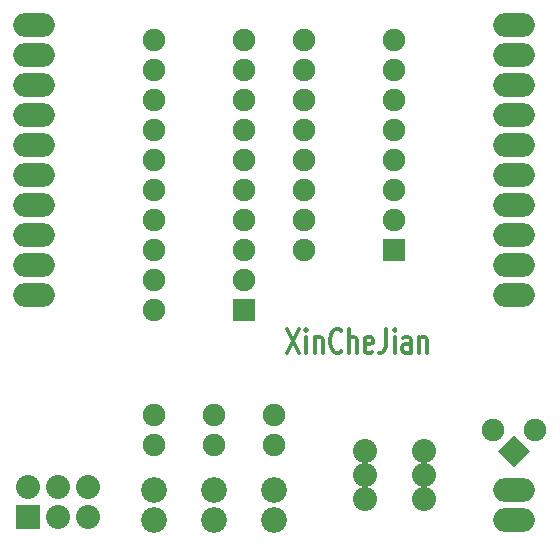
<source format=gts>
G04 (created by PCBNEW-RS274X (2011-05-25)-stable) date Sat 14 Jul 2012 03:59:57 PM CST*
G01*
G70*
G90*
%MOIN*%
G04 Gerber Fmt 3.4, Leading zero omitted, Abs format*
%FSLAX34Y34*%
G04 APERTURE LIST*
%ADD10C,0.006000*%
%ADD11C,0.012000*%
%ADD12C,0.075000*%
%ADD13O,0.138700X0.079300*%
%ADD14R,0.080000X0.080000*%
%ADD15C,0.080000*%
%ADD16C,0.086000*%
%ADD17R,0.075000X0.075000*%
G04 APERTURE END LIST*
G54D10*
G54D11*
X28443Y-24624D02*
X28843Y-25424D01*
X28843Y-24624D02*
X28443Y-25424D01*
X29071Y-25424D02*
X29071Y-24890D01*
X29071Y-24624D02*
X29042Y-24662D01*
X29071Y-24700D01*
X29099Y-24662D01*
X29071Y-24624D01*
X29071Y-24700D01*
X29357Y-24890D02*
X29357Y-25424D01*
X29357Y-24967D02*
X29385Y-24929D01*
X29443Y-24890D01*
X29528Y-24890D01*
X29585Y-24929D01*
X29614Y-25005D01*
X29614Y-25424D01*
X30243Y-25348D02*
X30214Y-25386D01*
X30128Y-25424D01*
X30071Y-25424D01*
X29986Y-25386D01*
X29928Y-25310D01*
X29900Y-25233D01*
X29871Y-25081D01*
X29871Y-24967D01*
X29900Y-24814D01*
X29928Y-24738D01*
X29986Y-24662D01*
X30071Y-24624D01*
X30128Y-24624D01*
X30214Y-24662D01*
X30243Y-24700D01*
X30500Y-25424D02*
X30500Y-24624D01*
X30757Y-25424D02*
X30757Y-25005D01*
X30728Y-24929D01*
X30671Y-24890D01*
X30586Y-24890D01*
X30528Y-24929D01*
X30500Y-24967D01*
X31271Y-25386D02*
X31214Y-25424D01*
X31100Y-25424D01*
X31043Y-25386D01*
X31014Y-25310D01*
X31014Y-25005D01*
X31043Y-24929D01*
X31100Y-24890D01*
X31214Y-24890D01*
X31271Y-24929D01*
X31300Y-25005D01*
X31300Y-25081D01*
X31014Y-25157D01*
X31728Y-24624D02*
X31728Y-25195D01*
X31700Y-25310D01*
X31643Y-25386D01*
X31557Y-25424D01*
X31500Y-25424D01*
X32014Y-25424D02*
X32014Y-24890D01*
X32014Y-24624D02*
X31985Y-24662D01*
X32014Y-24700D01*
X32042Y-24662D01*
X32014Y-24624D01*
X32014Y-24700D01*
X32557Y-25424D02*
X32557Y-25005D01*
X32528Y-24929D01*
X32471Y-24890D01*
X32357Y-24890D01*
X32300Y-24929D01*
X32557Y-25386D02*
X32500Y-25424D01*
X32357Y-25424D01*
X32300Y-25386D01*
X32271Y-25310D01*
X32271Y-25233D01*
X32300Y-25157D01*
X32357Y-25119D01*
X32500Y-25119D01*
X32557Y-25081D01*
X32843Y-24890D02*
X32843Y-25424D01*
X32843Y-24967D02*
X32871Y-24929D01*
X32929Y-24890D01*
X33014Y-24890D01*
X33071Y-24929D01*
X33100Y-25005D01*
X33100Y-25424D01*
G54D12*
X24000Y-28500D03*
X24000Y-27500D03*
X26000Y-28500D03*
X26000Y-27500D03*
X28000Y-28500D03*
X28000Y-27500D03*
G54D13*
X20000Y-21500D03*
X20000Y-20500D03*
X20000Y-19500D03*
X20000Y-18500D03*
X20000Y-17500D03*
X20000Y-16500D03*
X36000Y-16500D03*
X36000Y-17500D03*
X36000Y-18500D03*
X36000Y-19500D03*
X36000Y-20500D03*
X36000Y-21500D03*
X36000Y-14500D03*
X36000Y-15500D03*
X20000Y-15500D03*
X20000Y-14500D03*
X36000Y-22500D03*
X36000Y-23500D03*
X20000Y-23500D03*
X20000Y-22500D03*
X36000Y-30000D03*
X36000Y-31000D03*
G54D14*
X19800Y-30900D03*
G54D15*
X19800Y-29900D03*
X20800Y-30900D03*
X20800Y-29900D03*
X21800Y-30900D03*
X21800Y-29900D03*
G54D12*
X35293Y-28000D03*
G54D10*
G36*
X36530Y-28707D02*
X36000Y-29237D01*
X35470Y-28707D01*
X36000Y-28177D01*
X36530Y-28707D01*
X36530Y-28707D01*
G37*
G54D12*
X36707Y-28000D03*
G54D16*
X28000Y-30000D03*
X28000Y-31000D03*
X26000Y-30000D03*
X26000Y-31000D03*
X24000Y-30000D03*
X24000Y-31000D03*
G54D17*
X27000Y-24000D03*
G54D12*
X27000Y-23000D03*
X27000Y-22000D03*
X27000Y-21000D03*
X27000Y-20000D03*
X27000Y-19000D03*
X27000Y-18000D03*
X27000Y-17000D03*
X27000Y-16000D03*
X27000Y-15000D03*
X24000Y-15000D03*
X24000Y-16000D03*
X24000Y-17000D03*
X24000Y-18000D03*
X24000Y-19000D03*
X24000Y-20000D03*
X24000Y-21000D03*
X24000Y-22000D03*
X24000Y-23000D03*
X24000Y-24000D03*
G54D17*
X32000Y-22000D03*
G54D12*
X32000Y-21000D03*
X32000Y-20000D03*
X32000Y-19000D03*
X32000Y-18000D03*
X32000Y-17000D03*
X32000Y-16000D03*
X32000Y-15000D03*
X29000Y-15000D03*
X29000Y-16000D03*
X29000Y-17000D03*
X29000Y-18000D03*
X29000Y-19000D03*
X29000Y-20000D03*
X29000Y-21000D03*
X29000Y-22000D03*
G54D15*
X31016Y-30287D03*
X31016Y-29500D03*
X31016Y-28713D03*
X32984Y-30287D03*
X32984Y-29500D03*
X32984Y-28713D03*
M02*

</source>
